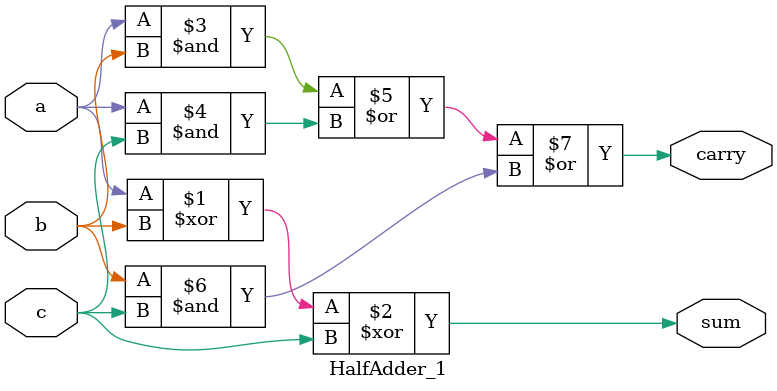
<source format=v>
module HalfAdder_1 (a, b, c, sum, carry);
    input a, b, c;

    output sum, carry;

    assign sum = a ^ b ^ c;
    assign carry = a & b | a & c | b & c;
endmodule
</source>
